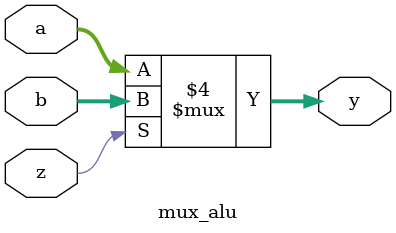
<source format=v>
`timescale 1ns / 1ps


module mux_alu(    //Ë«Â·Ñ¡ÔñÆ÷
input [31:0] a,b,
input z,
output reg [31:0] y
    );
always@(*)
begin
 if(z==0)
  y=a;
 else
  y=b;
end
endmodule


</source>
